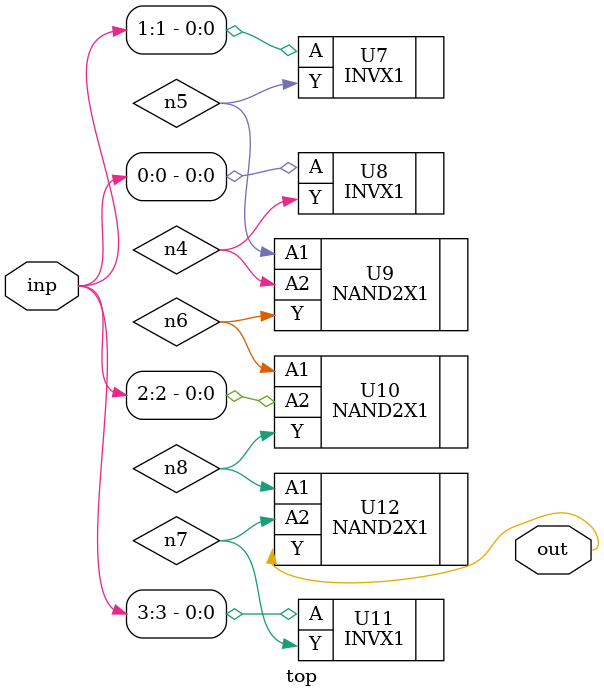
<source format=sv>


module top ( inp, out );
  input [3:0] inp;
  output out;
  wire   n4, n5, n6, n7, n8;

  INVX1 U7 ( .A(inp[1]), .Y(n5) );
  INVX1 U8 ( .A(inp[0]), .Y(n4) );
  NAND2X1 U9 ( .A1(n5), .A2(n4), .Y(n6) );
  NAND2X1 U10 ( .A1(n6), .A2(inp[2]), .Y(n8) );
  INVX1 U11 ( .A(inp[3]), .Y(n7) );
  NAND2X1 U12 ( .A1(n8), .A2(n7), .Y(out) );
endmodule


</source>
